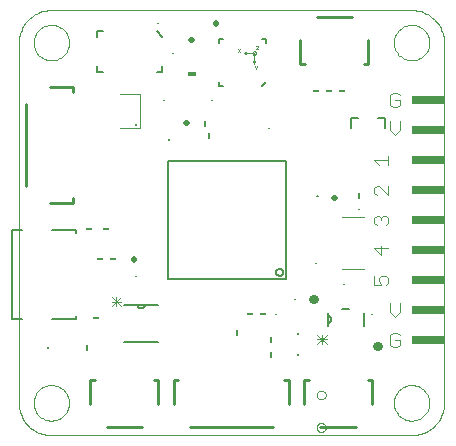
<source format=gto>
G75*
%MOIN*%
%OFA0B0*%
%FSLAX24Y24*%
%IPPOS*%
%LPD*%
%AMOC8*
5,1,8,0,0,1.08239X$1,22.5*
%
%ADD10C,0.0000*%
%ADD11C,0.0040*%
%ADD12C,0.0080*%
%ADD13C,0.0060*%
%ADD14C,0.0039*%
%ADD15C,0.0020*%
%ADD16C,0.0197*%
%ADD17C,0.0050*%
%ADD18C,0.0100*%
%ADD19C,0.0030*%
%ADD20R,0.1100X0.0250*%
%ADD21C,0.0295*%
%ADD22C,0.0098*%
%ADD23R,0.0060X0.0236*%
%ADD24R,0.0300X0.0180*%
%ADD25R,0.0236X0.0060*%
%ADD26R,0.0098X0.0098*%
D10*
X006957Y004150D02*
X018965Y004150D01*
X018374Y005232D02*
X018376Y005280D01*
X018382Y005328D01*
X018392Y005375D01*
X018405Y005421D01*
X018423Y005466D01*
X018443Y005510D01*
X018468Y005552D01*
X018496Y005591D01*
X018526Y005628D01*
X018560Y005662D01*
X018597Y005694D01*
X018635Y005723D01*
X018676Y005748D01*
X018719Y005770D01*
X018764Y005788D01*
X018810Y005802D01*
X018857Y005813D01*
X018905Y005820D01*
X018953Y005823D01*
X019001Y005822D01*
X019049Y005817D01*
X019097Y005808D01*
X019143Y005796D01*
X019188Y005779D01*
X019232Y005759D01*
X019274Y005736D01*
X019314Y005709D01*
X019352Y005679D01*
X019387Y005646D01*
X019419Y005610D01*
X019449Y005572D01*
X019475Y005531D01*
X019497Y005488D01*
X019517Y005444D01*
X019532Y005399D01*
X019544Y005352D01*
X019552Y005304D01*
X019556Y005256D01*
X019556Y005208D01*
X019552Y005160D01*
X019544Y005112D01*
X019532Y005065D01*
X019517Y005020D01*
X019497Y004976D01*
X019475Y004933D01*
X019449Y004892D01*
X019419Y004854D01*
X019387Y004818D01*
X019352Y004785D01*
X019314Y004755D01*
X019274Y004728D01*
X019232Y004705D01*
X019188Y004685D01*
X019143Y004668D01*
X019097Y004656D01*
X019049Y004647D01*
X019001Y004642D01*
X018953Y004641D01*
X018905Y004644D01*
X018857Y004651D01*
X018810Y004662D01*
X018764Y004676D01*
X018719Y004694D01*
X018676Y004716D01*
X018635Y004741D01*
X018597Y004770D01*
X018560Y004802D01*
X018526Y004836D01*
X018496Y004873D01*
X018468Y004912D01*
X018443Y004954D01*
X018423Y004998D01*
X018405Y005043D01*
X018392Y005089D01*
X018382Y005136D01*
X018376Y005184D01*
X018374Y005232D01*
X018965Y004149D02*
X019028Y004151D01*
X019091Y004156D01*
X019153Y004165D01*
X019215Y004178D01*
X019276Y004194D01*
X019335Y004214D01*
X019394Y004238D01*
X019451Y004264D01*
X019507Y004294D01*
X019560Y004327D01*
X019612Y004363D01*
X019661Y004402D01*
X019708Y004444D01*
X019753Y004489D01*
X019795Y004536D01*
X019834Y004585D01*
X019870Y004637D01*
X019903Y004691D01*
X019933Y004746D01*
X019959Y004803D01*
X019983Y004862D01*
X020003Y004921D01*
X020019Y004982D01*
X020032Y005044D01*
X020041Y005106D01*
X020046Y005169D01*
X020048Y005232D01*
X020047Y005232D02*
X020047Y017240D01*
X018374Y017240D02*
X018376Y017288D01*
X018382Y017336D01*
X018392Y017383D01*
X018405Y017429D01*
X018423Y017474D01*
X018443Y017518D01*
X018468Y017560D01*
X018496Y017599D01*
X018526Y017636D01*
X018560Y017670D01*
X018597Y017702D01*
X018635Y017731D01*
X018676Y017756D01*
X018719Y017778D01*
X018764Y017796D01*
X018810Y017810D01*
X018857Y017821D01*
X018905Y017828D01*
X018953Y017831D01*
X019001Y017830D01*
X019049Y017825D01*
X019097Y017816D01*
X019143Y017804D01*
X019188Y017787D01*
X019232Y017767D01*
X019274Y017744D01*
X019314Y017717D01*
X019352Y017687D01*
X019387Y017654D01*
X019419Y017618D01*
X019449Y017580D01*
X019475Y017539D01*
X019497Y017496D01*
X019517Y017452D01*
X019532Y017407D01*
X019544Y017360D01*
X019552Y017312D01*
X019556Y017264D01*
X019556Y017216D01*
X019552Y017168D01*
X019544Y017120D01*
X019532Y017073D01*
X019517Y017028D01*
X019497Y016984D01*
X019475Y016941D01*
X019449Y016900D01*
X019419Y016862D01*
X019387Y016826D01*
X019352Y016793D01*
X019314Y016763D01*
X019274Y016736D01*
X019232Y016713D01*
X019188Y016693D01*
X019143Y016676D01*
X019097Y016664D01*
X019049Y016655D01*
X019001Y016650D01*
X018953Y016649D01*
X018905Y016652D01*
X018857Y016659D01*
X018810Y016670D01*
X018764Y016684D01*
X018719Y016702D01*
X018676Y016724D01*
X018635Y016749D01*
X018597Y016778D01*
X018560Y016810D01*
X018526Y016844D01*
X018496Y016881D01*
X018468Y016920D01*
X018443Y016962D01*
X018423Y017006D01*
X018405Y017051D01*
X018392Y017097D01*
X018382Y017144D01*
X018376Y017192D01*
X018374Y017240D01*
X018965Y018323D02*
X019028Y018321D01*
X019091Y018316D01*
X019153Y018307D01*
X019215Y018294D01*
X019276Y018278D01*
X019335Y018258D01*
X019394Y018234D01*
X019451Y018208D01*
X019507Y018178D01*
X019560Y018145D01*
X019612Y018109D01*
X019661Y018070D01*
X019708Y018028D01*
X019753Y017983D01*
X019795Y017936D01*
X019834Y017887D01*
X019870Y017835D01*
X019903Y017782D01*
X019933Y017726D01*
X019959Y017669D01*
X019983Y017610D01*
X020003Y017551D01*
X020019Y017490D01*
X020032Y017428D01*
X020041Y017366D01*
X020046Y017303D01*
X020048Y017240D01*
X018965Y018323D02*
X006957Y018323D01*
X006366Y017240D02*
X006368Y017288D01*
X006374Y017336D01*
X006384Y017383D01*
X006397Y017429D01*
X006415Y017474D01*
X006435Y017518D01*
X006460Y017560D01*
X006488Y017599D01*
X006518Y017636D01*
X006552Y017670D01*
X006589Y017702D01*
X006627Y017731D01*
X006668Y017756D01*
X006711Y017778D01*
X006756Y017796D01*
X006802Y017810D01*
X006849Y017821D01*
X006897Y017828D01*
X006945Y017831D01*
X006993Y017830D01*
X007041Y017825D01*
X007089Y017816D01*
X007135Y017804D01*
X007180Y017787D01*
X007224Y017767D01*
X007266Y017744D01*
X007306Y017717D01*
X007344Y017687D01*
X007379Y017654D01*
X007411Y017618D01*
X007441Y017580D01*
X007467Y017539D01*
X007489Y017496D01*
X007509Y017452D01*
X007524Y017407D01*
X007536Y017360D01*
X007544Y017312D01*
X007548Y017264D01*
X007548Y017216D01*
X007544Y017168D01*
X007536Y017120D01*
X007524Y017073D01*
X007509Y017028D01*
X007489Y016984D01*
X007467Y016941D01*
X007441Y016900D01*
X007411Y016862D01*
X007379Y016826D01*
X007344Y016793D01*
X007306Y016763D01*
X007266Y016736D01*
X007224Y016713D01*
X007180Y016693D01*
X007135Y016676D01*
X007089Y016664D01*
X007041Y016655D01*
X006993Y016650D01*
X006945Y016649D01*
X006897Y016652D01*
X006849Y016659D01*
X006802Y016670D01*
X006756Y016684D01*
X006711Y016702D01*
X006668Y016724D01*
X006627Y016749D01*
X006589Y016778D01*
X006552Y016810D01*
X006518Y016844D01*
X006488Y016881D01*
X006460Y016920D01*
X006435Y016962D01*
X006415Y017006D01*
X006397Y017051D01*
X006384Y017097D01*
X006374Y017144D01*
X006368Y017192D01*
X006366Y017240D01*
X005874Y017240D02*
X005874Y005232D01*
X006366Y005232D02*
X006368Y005280D01*
X006374Y005328D01*
X006384Y005375D01*
X006397Y005421D01*
X006415Y005466D01*
X006435Y005510D01*
X006460Y005552D01*
X006488Y005591D01*
X006518Y005628D01*
X006552Y005662D01*
X006589Y005694D01*
X006627Y005723D01*
X006668Y005748D01*
X006711Y005770D01*
X006756Y005788D01*
X006802Y005802D01*
X006849Y005813D01*
X006897Y005820D01*
X006945Y005823D01*
X006993Y005822D01*
X007041Y005817D01*
X007089Y005808D01*
X007135Y005796D01*
X007180Y005779D01*
X007224Y005759D01*
X007266Y005736D01*
X007306Y005709D01*
X007344Y005679D01*
X007379Y005646D01*
X007411Y005610D01*
X007441Y005572D01*
X007467Y005531D01*
X007489Y005488D01*
X007509Y005444D01*
X007524Y005399D01*
X007536Y005352D01*
X007544Y005304D01*
X007548Y005256D01*
X007548Y005208D01*
X007544Y005160D01*
X007536Y005112D01*
X007524Y005065D01*
X007509Y005020D01*
X007489Y004976D01*
X007467Y004933D01*
X007441Y004892D01*
X007411Y004854D01*
X007379Y004818D01*
X007344Y004785D01*
X007306Y004755D01*
X007266Y004728D01*
X007224Y004705D01*
X007180Y004685D01*
X007135Y004668D01*
X007089Y004656D01*
X007041Y004647D01*
X006993Y004642D01*
X006945Y004641D01*
X006897Y004644D01*
X006849Y004651D01*
X006802Y004662D01*
X006756Y004676D01*
X006711Y004694D01*
X006668Y004716D01*
X006627Y004741D01*
X006589Y004770D01*
X006552Y004802D01*
X006518Y004836D01*
X006488Y004873D01*
X006460Y004912D01*
X006435Y004954D01*
X006415Y004998D01*
X006397Y005043D01*
X006384Y005089D01*
X006374Y005136D01*
X006368Y005184D01*
X006366Y005232D01*
X005874Y005232D02*
X005876Y005169D01*
X005881Y005106D01*
X005890Y005044D01*
X005903Y004982D01*
X005919Y004921D01*
X005939Y004862D01*
X005963Y004803D01*
X005989Y004746D01*
X006019Y004691D01*
X006052Y004637D01*
X006088Y004585D01*
X006127Y004536D01*
X006169Y004489D01*
X006214Y004444D01*
X006261Y004402D01*
X006310Y004363D01*
X006362Y004327D01*
X006415Y004294D01*
X006471Y004264D01*
X006528Y004238D01*
X006587Y004214D01*
X006646Y004194D01*
X006707Y004178D01*
X006769Y004165D01*
X006831Y004156D01*
X006894Y004151D01*
X006957Y004149D01*
X015804Y004411D02*
X015806Y004435D01*
X015812Y004458D01*
X015821Y004480D01*
X015834Y004500D01*
X015849Y004518D01*
X015868Y004533D01*
X015889Y004545D01*
X015911Y004553D01*
X015934Y004558D01*
X015958Y004559D01*
X015982Y004556D01*
X016004Y004549D01*
X016026Y004539D01*
X016046Y004526D01*
X016063Y004509D01*
X016077Y004490D01*
X016088Y004469D01*
X016096Y004446D01*
X016100Y004423D01*
X016100Y004399D01*
X016096Y004376D01*
X016088Y004353D01*
X016077Y004332D01*
X016063Y004313D01*
X016046Y004296D01*
X016026Y004283D01*
X016004Y004273D01*
X015982Y004266D01*
X015958Y004263D01*
X015934Y004264D01*
X015911Y004269D01*
X015889Y004277D01*
X015868Y004289D01*
X015849Y004304D01*
X015834Y004322D01*
X015821Y004342D01*
X015812Y004364D01*
X015806Y004387D01*
X015804Y004411D01*
X015804Y005493D02*
X015806Y005517D01*
X015812Y005540D01*
X015821Y005562D01*
X015834Y005582D01*
X015849Y005600D01*
X015868Y005615D01*
X015889Y005627D01*
X015911Y005635D01*
X015934Y005640D01*
X015958Y005641D01*
X015982Y005638D01*
X016004Y005631D01*
X016026Y005621D01*
X016046Y005608D01*
X016063Y005591D01*
X016077Y005572D01*
X016088Y005551D01*
X016096Y005528D01*
X016100Y005505D01*
X016100Y005481D01*
X016096Y005458D01*
X016088Y005435D01*
X016077Y005414D01*
X016063Y005395D01*
X016046Y005378D01*
X016026Y005365D01*
X016004Y005355D01*
X015982Y005348D01*
X015958Y005345D01*
X015934Y005346D01*
X015911Y005351D01*
X015889Y005359D01*
X015868Y005371D01*
X015849Y005386D01*
X015834Y005404D01*
X015821Y005424D01*
X015812Y005446D01*
X015806Y005469D01*
X015804Y005493D01*
X005874Y017240D02*
X005876Y017303D01*
X005881Y017366D01*
X005890Y017428D01*
X005903Y017490D01*
X005919Y017551D01*
X005939Y017610D01*
X005963Y017669D01*
X005989Y017726D01*
X006019Y017782D01*
X006052Y017835D01*
X006088Y017887D01*
X006127Y017936D01*
X006169Y017983D01*
X006214Y018028D01*
X006261Y018070D01*
X006310Y018109D01*
X006362Y018145D01*
X006416Y018178D01*
X006471Y018208D01*
X006528Y018234D01*
X006587Y018258D01*
X006646Y018278D01*
X006707Y018294D01*
X006769Y018307D01*
X006831Y018316D01*
X006894Y018321D01*
X006957Y018323D01*
D11*
X009252Y015523D02*
X009902Y015523D01*
X009902Y014381D01*
X009252Y014381D01*
X016640Y011443D02*
X017388Y011443D01*
X017721Y011390D02*
X017798Y011466D01*
X017875Y011466D01*
X017952Y011390D01*
X018028Y011466D01*
X018105Y011466D01*
X018182Y011390D01*
X018182Y011236D01*
X018105Y011159D01*
X017952Y011313D02*
X017952Y011390D01*
X017721Y011390D02*
X017721Y011236D01*
X017798Y011159D01*
X017952Y010466D02*
X017952Y010159D01*
X017721Y010390D01*
X018182Y010390D01*
X017388Y009711D02*
X016640Y009711D01*
X017721Y009466D02*
X017721Y009159D01*
X017952Y009159D01*
X017875Y009313D01*
X017875Y009390D01*
X017952Y009466D01*
X018105Y009466D01*
X018182Y009390D01*
X018182Y009236D01*
X018105Y009159D01*
X018261Y008557D02*
X018261Y008250D01*
X018415Y008097D01*
X018568Y008250D01*
X018568Y008557D01*
X018492Y007557D02*
X018338Y007557D01*
X018261Y007481D01*
X018261Y007174D01*
X018338Y007097D01*
X018492Y007097D01*
X018568Y007174D01*
X018568Y007327D01*
X018415Y007327D01*
X018568Y007481D02*
X018492Y007557D01*
X018182Y012159D02*
X017875Y012466D01*
X017798Y012466D01*
X017721Y012390D01*
X017721Y012236D01*
X017798Y012159D01*
X018182Y012159D02*
X018182Y012466D01*
X018182Y013159D02*
X018182Y013466D01*
X018182Y013313D02*
X017721Y013313D01*
X017875Y013159D01*
X018415Y014159D02*
X018568Y014313D01*
X018568Y014620D01*
X018261Y014620D02*
X018261Y014313D01*
X018415Y014159D01*
X018492Y015097D02*
X018568Y015174D01*
X018568Y015327D01*
X018415Y015327D01*
X018261Y015174D02*
X018338Y015097D01*
X018492Y015097D01*
X018261Y015174D02*
X018261Y015481D01*
X018338Y015557D01*
X018492Y015557D01*
X018568Y015481D01*
D12*
X014114Y015927D02*
X013976Y015789D01*
X012677Y015789D02*
X012539Y015789D01*
X012539Y015927D01*
X012539Y017226D02*
X012539Y017364D01*
X012677Y017364D01*
X013976Y017364D02*
X014114Y017364D01*
X014114Y017226D01*
X010660Y017444D02*
X010463Y017641D01*
X010660Y016460D02*
X010660Y016263D01*
X010463Y016263D01*
X008691Y016263D02*
X008494Y016263D01*
X008494Y016460D01*
X008494Y017444D02*
X008494Y017641D01*
X008691Y017641D01*
D13*
X010514Y017885D02*
X010514Y017893D01*
X011010Y016889D02*
X011018Y016889D01*
X010706Y015327D02*
X010698Y015327D01*
X010889Y014018D02*
X010889Y014010D01*
X012327Y015323D02*
X012327Y015331D01*
X014202Y014393D02*
X014202Y014385D01*
X016954Y014392D02*
X016954Y014712D01*
X017174Y014712D01*
X017854Y014712D02*
X018074Y014712D01*
X018074Y014392D01*
X015831Y012139D02*
X015823Y012139D01*
X017202Y011706D02*
X017202Y011698D01*
X015764Y009893D02*
X015764Y009885D01*
X016702Y009206D02*
X016702Y009198D01*
X016634Y008354D02*
X016894Y008354D01*
X017364Y008224D02*
X017364Y007804D01*
X017635Y008202D02*
X017643Y008202D01*
X016164Y008224D02*
X016164Y008134D01*
X016164Y007894D01*
X016164Y007804D01*
X016164Y007894D02*
X016185Y007896D01*
X016205Y007901D01*
X016224Y007910D01*
X016241Y007922D01*
X016256Y007937D01*
X016268Y007954D01*
X016277Y007973D01*
X016282Y007993D01*
X016284Y008014D01*
X016282Y008035D01*
X016277Y008055D01*
X016268Y008074D01*
X016256Y008091D01*
X016241Y008106D01*
X016224Y008118D01*
X016205Y008127D01*
X016185Y008132D01*
X016164Y008134D01*
X015081Y008702D02*
X015073Y008702D01*
X014456Y008202D02*
X014448Y008202D01*
X010522Y008509D02*
X010072Y008509D01*
X009832Y008509D01*
X009382Y008509D01*
X009832Y008509D02*
X009834Y008488D01*
X009839Y008468D01*
X009848Y008449D01*
X009860Y008432D01*
X009875Y008417D01*
X009892Y008405D01*
X009911Y008396D01*
X009931Y008391D01*
X009952Y008389D01*
X009973Y008391D01*
X009993Y008396D01*
X010012Y008405D01*
X010029Y008417D01*
X010044Y008432D01*
X010056Y008449D01*
X010065Y008468D01*
X010070Y008488D01*
X010072Y008509D01*
X009764Y009448D02*
X009764Y009456D01*
X009382Y007269D02*
X010522Y007269D01*
D14*
X013721Y016538D02*
X013681Y016616D01*
X013760Y016616D01*
X013721Y016538D01*
X013721Y016892D01*
X013665Y016892D02*
X013667Y016906D01*
X013673Y016920D01*
X013681Y016932D01*
X013693Y016940D01*
X013707Y016946D01*
X013721Y016948D01*
X013735Y016946D01*
X013749Y016940D01*
X013761Y016932D01*
X013769Y016920D01*
X013775Y016906D01*
X013777Y016892D01*
X013775Y016878D01*
X013769Y016864D01*
X013761Y016852D01*
X013749Y016844D01*
X013735Y016838D01*
X013721Y016836D01*
X013707Y016838D01*
X013693Y016844D01*
X013681Y016852D01*
X013673Y016864D01*
X013667Y016878D01*
X013665Y016892D01*
X013721Y016892D02*
X013366Y016892D01*
X013445Y016852D01*
X013445Y016931D01*
X013366Y016892D01*
D15*
X013245Y016941D02*
X013179Y017039D01*
X013245Y017039D02*
X013179Y016941D01*
X013770Y017020D02*
X013835Y017020D01*
X013770Y017020D02*
X013770Y017036D01*
X013835Y017102D01*
X013835Y017118D01*
X013770Y017118D01*
X013796Y016449D02*
X013796Y016432D01*
X013763Y016400D01*
X013763Y016351D01*
X013763Y016400D02*
X013731Y016432D01*
X013731Y016449D01*
D16*
X012452Y017869D02*
X012452Y017909D01*
X011659Y017327D02*
X011619Y017327D01*
X011472Y014577D02*
X011432Y014577D01*
X016369Y012077D02*
X016409Y012077D01*
X009702Y010034D02*
X009702Y009994D01*
D17*
X010858Y009358D02*
X010858Y013295D01*
X014795Y013295D01*
X014795Y009358D01*
X010858Y009358D01*
X007770Y008136D02*
X007770Y008038D01*
X006963Y008038D01*
X005979Y008038D02*
X005632Y008038D01*
X005632Y010991D01*
X005979Y010991D01*
X006963Y010991D02*
X007770Y010991D01*
X007770Y010892D01*
X014450Y009587D02*
X014452Y009609D01*
X014458Y009630D01*
X014467Y009649D01*
X014480Y009667D01*
X014496Y009682D01*
X014514Y009694D01*
X014534Y009702D01*
X014555Y009707D01*
X014576Y009708D01*
X014598Y009705D01*
X014619Y009698D01*
X014638Y009688D01*
X014655Y009674D01*
X014669Y009658D01*
X014680Y009639D01*
X014688Y009619D01*
X014692Y009598D01*
X014692Y009576D01*
X014688Y009555D01*
X014680Y009535D01*
X014669Y009516D01*
X014655Y009500D01*
X014638Y009486D01*
X014619Y009476D01*
X014598Y009469D01*
X014576Y009466D01*
X014555Y009467D01*
X014534Y009472D01*
X014514Y009480D01*
X014496Y009492D01*
X014480Y009507D01*
X014467Y009525D01*
X014458Y009544D01*
X014452Y009565D01*
X014450Y009587D01*
D18*
X014724Y006008D02*
X014870Y006008D01*
X014870Y005211D01*
X015383Y005211D02*
X015383Y006008D01*
X015530Y006008D01*
X017499Y006008D02*
X017645Y006008D01*
X017645Y005211D01*
X017105Y004434D02*
X015924Y004434D01*
X014330Y004434D02*
X011574Y004434D01*
X011033Y005211D02*
X011033Y006008D01*
X011180Y006008D01*
X010520Y006008D02*
X010374Y006008D01*
X010520Y006008D02*
X010520Y005211D01*
X009980Y004434D02*
X008799Y004434D01*
X008258Y005211D02*
X008258Y006008D01*
X008405Y006008D01*
X007695Y011908D02*
X006899Y011908D01*
X006122Y012449D02*
X006122Y015205D01*
X006899Y015745D02*
X007695Y015745D01*
X007695Y015599D01*
X007695Y012055D02*
X007695Y011908D01*
X015258Y016521D02*
X015258Y017318D01*
X015258Y016521D02*
X015405Y016521D01*
X017374Y016521D02*
X017520Y016521D01*
X017520Y017318D01*
X016980Y018094D02*
X015799Y018094D01*
D19*
X009280Y008766D02*
X008967Y008453D01*
X008967Y008610D02*
X009280Y008610D01*
X009280Y008453D02*
X008967Y008766D01*
X009124Y008766D02*
X009124Y008453D01*
X015817Y007503D02*
X016131Y007189D01*
X015974Y007189D02*
X015974Y007503D01*
X016131Y007503D02*
X015817Y007189D01*
X015817Y007346D02*
X016131Y007346D01*
D20*
X019527Y007327D03*
X019527Y008327D03*
X019527Y009327D03*
X019527Y010327D03*
X019527Y011327D03*
X019527Y012327D03*
X019527Y013327D03*
X019527Y014327D03*
X019527Y015327D03*
D21*
X015722Y008702D02*
X015682Y008702D01*
X017807Y007139D02*
X017847Y007139D01*
D22*
X009784Y014499D03*
D23*
X012077Y014514D03*
X012202Y014139D03*
X017202Y012139D03*
X013139Y007577D03*
X014264Y007327D03*
X014264Y006827D03*
X008139Y007077D03*
D24*
X011639Y016202D03*
D25*
X015764Y015639D03*
X016202Y015639D03*
X016639Y015639D03*
X008764Y011014D03*
X008202Y011014D03*
X008577Y010014D03*
X009014Y010014D03*
X008452Y008077D03*
X013577Y008202D03*
X014014Y008202D03*
D26*
X015189Y007514D03*
X015189Y006827D03*
X006840Y007077D03*
M02*

</source>
